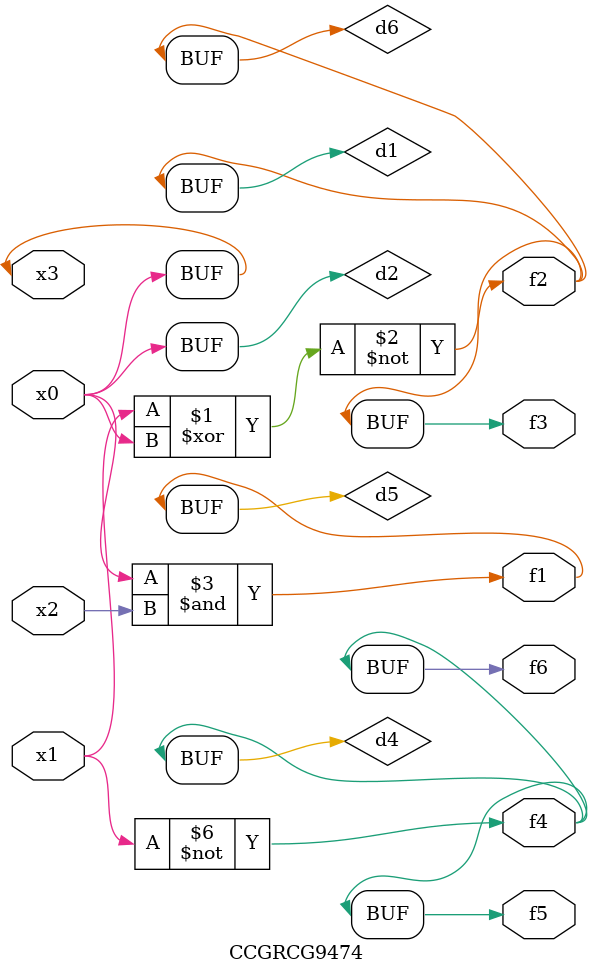
<source format=v>
module CCGRCG9474(
	input x0, x1, x2, x3,
	output f1, f2, f3, f4, f5, f6
);

	wire d1, d2, d3, d4, d5, d6;

	xnor (d1, x1, x3);
	buf (d2, x0, x3);
	nand (d3, x0, x2);
	not (d4, x1);
	nand (d5, d3);
	or (d6, d1);
	assign f1 = d5;
	assign f2 = d6;
	assign f3 = d6;
	assign f4 = d4;
	assign f5 = d4;
	assign f6 = d4;
endmodule

</source>
